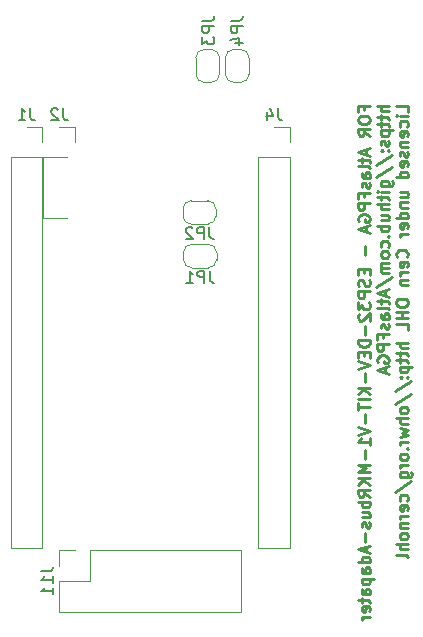
<source format=gbo>
G04 #@! TF.GenerationSoftware,KiCad,Pcbnew,(6.0.10)*
G04 #@! TF.CreationDate,2023-06-06T06:07:39+02:00*
G04 #@! TF.ProjectId,RECOLOCADOR_ESP32_DEV_KIT_V1_VERSIONFINAL,5245434f-4c4f-4434-9144-4f525f455350,FINAL*
G04 #@! TF.SameCoordinates,Original*
G04 #@! TF.FileFunction,Legend,Bot*
G04 #@! TF.FilePolarity,Positive*
%FSLAX46Y46*%
G04 Gerber Fmt 4.6, Leading zero omitted, Abs format (unit mm)*
G04 Created by KiCad (PCBNEW (6.0.10)) date 2023-06-06 06:07:39*
%MOMM*%
%LPD*%
G01*
G04 APERTURE LIST*
G04 Aperture macros list*
%AMFreePoly0*
4,1,22,0.500000,-0.750000,0.000000,-0.750000,0.000000,-0.745033,-0.079941,-0.743568,-0.215256,-0.701293,-0.333266,-0.622738,-0.424486,-0.514219,-0.481581,-0.384460,-0.499963,-0.243891,-0.482194,-0.129773,-0.499963,0.006109,-0.482194,0.120227,-0.499963,0.256109,-0.478152,0.396186,-0.417904,0.524511,-0.324060,0.630769,-0.204165,0.706417,-0.067858,0.745374,0.000000,0.744959,0.000000,0.750000,
0.500000,0.750000,0.500000,-0.750000,0.500000,-0.750000,$1*%
%AMFreePoly1*
4,1,20,0.000000,0.744959,0.073905,0.744508,0.209726,0.703889,0.328688,0.626782,0.421226,0.519385,0.479903,0.390333,0.500000,0.250000,0.500000,-0.250000,0.499851,-0.262216,0.476331,-0.402017,0.414519,-0.529596,0.319384,-0.634700,0.198574,-0.708877,0.061801,-0.746166,0.000000,-0.745033,0.000000,-0.750000,-0.500000,-0.750000,-0.500000,0.750000,0.000000,0.750000,0.000000,0.744959,
0.000000,0.744959,$1*%
%AMFreePoly2*
4,1,22,0.500000,-0.750000,0.000000,-0.750000,0.000000,-0.745033,-0.079941,-0.743568,-0.215256,-0.701293,-0.333266,-0.622738,-0.424486,-0.514219,-0.481581,-0.384460,-0.499164,-0.250000,-0.500000,-0.250000,-0.500000,0.250000,-0.499164,0.250000,-0.499963,0.256109,-0.478152,0.396186,-0.417904,0.524511,-0.324060,0.630769,-0.204165,0.706417,-0.067858,0.745374,0.000000,0.744959,0.000000,0.750000,
0.500000,0.750000,0.500000,-0.750000,0.500000,-0.750000,$1*%
G04 Aperture macros list end*
%ADD10C,0.250000*%
%ADD11C,0.150000*%
%ADD12C,0.120000*%
%ADD13R,1.700000X1.700000*%
%ADD14O,1.700000X1.700000*%
%ADD15C,2.000000*%
%ADD16FreePoly0,0.000000*%
%ADD17FreePoly1,0.000000*%
%ADD18FreePoly2,90.000000*%
%ADD19FreePoly1,90.000000*%
%ADD20FreePoly2,0.000000*%
G04 APERTURE END LIST*
D10*
X163498571Y-88753928D02*
X163498571Y-88420595D01*
X164022380Y-88420595D02*
X163022380Y-88420595D01*
X163022380Y-88896785D01*
X163022380Y-89468214D02*
X163022380Y-89658690D01*
X163070000Y-89753928D01*
X163165238Y-89849166D01*
X163355714Y-89896785D01*
X163689047Y-89896785D01*
X163879523Y-89849166D01*
X163974761Y-89753928D01*
X164022380Y-89658690D01*
X164022380Y-89468214D01*
X163974761Y-89372976D01*
X163879523Y-89277738D01*
X163689047Y-89230119D01*
X163355714Y-89230119D01*
X163165238Y-89277738D01*
X163070000Y-89372976D01*
X163022380Y-89468214D01*
X164022380Y-90896785D02*
X163546190Y-90563452D01*
X164022380Y-90325357D02*
X163022380Y-90325357D01*
X163022380Y-90706309D01*
X163070000Y-90801547D01*
X163117619Y-90849166D01*
X163212857Y-90896785D01*
X163355714Y-90896785D01*
X163450952Y-90849166D01*
X163498571Y-90801547D01*
X163546190Y-90706309D01*
X163546190Y-90325357D01*
X163736666Y-92039642D02*
X163736666Y-92515833D01*
X164022380Y-91944404D02*
X163022380Y-92277738D01*
X164022380Y-92611071D01*
X163355714Y-92801547D02*
X163355714Y-93182500D01*
X163022380Y-92944404D02*
X163879523Y-92944404D01*
X163974761Y-92992023D01*
X164022380Y-93087261D01*
X164022380Y-93182500D01*
X164022380Y-93658690D02*
X163974761Y-93563452D01*
X163879523Y-93515833D01*
X163022380Y-93515833D01*
X164022380Y-94468214D02*
X163498571Y-94468214D01*
X163403333Y-94420595D01*
X163355714Y-94325357D01*
X163355714Y-94134880D01*
X163403333Y-94039642D01*
X163974761Y-94468214D02*
X164022380Y-94372976D01*
X164022380Y-94134880D01*
X163974761Y-94039642D01*
X163879523Y-93992023D01*
X163784285Y-93992023D01*
X163689047Y-94039642D01*
X163641428Y-94134880D01*
X163641428Y-94372976D01*
X163593809Y-94468214D01*
X163974761Y-94896785D02*
X164022380Y-94992023D01*
X164022380Y-95182500D01*
X163974761Y-95277738D01*
X163879523Y-95325357D01*
X163831904Y-95325357D01*
X163736666Y-95277738D01*
X163689047Y-95182500D01*
X163689047Y-95039642D01*
X163641428Y-94944404D01*
X163546190Y-94896785D01*
X163498571Y-94896785D01*
X163403333Y-94944404D01*
X163355714Y-95039642D01*
X163355714Y-95182500D01*
X163403333Y-95277738D01*
X163498571Y-96087261D02*
X163498571Y-95753928D01*
X164022380Y-95753928D02*
X163022380Y-95753928D01*
X163022380Y-96230119D01*
X164022380Y-96611071D02*
X163022380Y-96611071D01*
X163022380Y-96992023D01*
X163070000Y-97087261D01*
X163117619Y-97134880D01*
X163212857Y-97182500D01*
X163355714Y-97182500D01*
X163450952Y-97134880D01*
X163498571Y-97087261D01*
X163546190Y-96992023D01*
X163546190Y-96611071D01*
X163070000Y-98134880D02*
X163022380Y-98039642D01*
X163022380Y-97896785D01*
X163070000Y-97753928D01*
X163165238Y-97658690D01*
X163260476Y-97611071D01*
X163450952Y-97563452D01*
X163593809Y-97563452D01*
X163784285Y-97611071D01*
X163879523Y-97658690D01*
X163974761Y-97753928D01*
X164022380Y-97896785D01*
X164022380Y-97992023D01*
X163974761Y-98134880D01*
X163927142Y-98182500D01*
X163593809Y-98182500D01*
X163593809Y-97992023D01*
X163736666Y-98563452D02*
X163736666Y-99039642D01*
X164022380Y-98468214D02*
X163022380Y-98801547D01*
X164022380Y-99134880D01*
X163641428Y-100230119D02*
X163641428Y-100992023D01*
X163498571Y-102230119D02*
X163498571Y-102563452D01*
X164022380Y-102706309D02*
X164022380Y-102230119D01*
X163022380Y-102230119D01*
X163022380Y-102706309D01*
X163974761Y-103087261D02*
X164022380Y-103230119D01*
X164022380Y-103468214D01*
X163974761Y-103563452D01*
X163927142Y-103611071D01*
X163831904Y-103658690D01*
X163736666Y-103658690D01*
X163641428Y-103611071D01*
X163593809Y-103563452D01*
X163546190Y-103468214D01*
X163498571Y-103277738D01*
X163450952Y-103182500D01*
X163403333Y-103134880D01*
X163308095Y-103087261D01*
X163212857Y-103087261D01*
X163117619Y-103134880D01*
X163070000Y-103182500D01*
X163022380Y-103277738D01*
X163022380Y-103515833D01*
X163070000Y-103658690D01*
X164022380Y-104087261D02*
X163022380Y-104087261D01*
X163022380Y-104468214D01*
X163070000Y-104563452D01*
X163117619Y-104611071D01*
X163212857Y-104658690D01*
X163355714Y-104658690D01*
X163450952Y-104611071D01*
X163498571Y-104563452D01*
X163546190Y-104468214D01*
X163546190Y-104087261D01*
X163022380Y-104992023D02*
X163022380Y-105611071D01*
X163403333Y-105277738D01*
X163403333Y-105420595D01*
X163450952Y-105515833D01*
X163498571Y-105563452D01*
X163593809Y-105611071D01*
X163831904Y-105611071D01*
X163927142Y-105563452D01*
X163974761Y-105515833D01*
X164022380Y-105420595D01*
X164022380Y-105134880D01*
X163974761Y-105039642D01*
X163927142Y-104992023D01*
X163117619Y-105992023D02*
X163070000Y-106039642D01*
X163022380Y-106134880D01*
X163022380Y-106372976D01*
X163070000Y-106468214D01*
X163117619Y-106515833D01*
X163212857Y-106563452D01*
X163308095Y-106563452D01*
X163450952Y-106515833D01*
X164022380Y-105944404D01*
X164022380Y-106563452D01*
X163641428Y-106992023D02*
X163641428Y-107753928D01*
X164022380Y-108230119D02*
X163022380Y-108230119D01*
X163022380Y-108468214D01*
X163070000Y-108611071D01*
X163165238Y-108706309D01*
X163260476Y-108753928D01*
X163450952Y-108801547D01*
X163593809Y-108801547D01*
X163784285Y-108753928D01*
X163879523Y-108706309D01*
X163974761Y-108611071D01*
X164022380Y-108468214D01*
X164022380Y-108230119D01*
X163498571Y-109230119D02*
X163498571Y-109563452D01*
X164022380Y-109706309D02*
X164022380Y-109230119D01*
X163022380Y-109230119D01*
X163022380Y-109706309D01*
X163022380Y-109992023D02*
X164022380Y-110325357D01*
X163022380Y-110658690D01*
X163641428Y-110992023D02*
X163641428Y-111753928D01*
X164022380Y-112230119D02*
X163022380Y-112230119D01*
X164022380Y-112801547D02*
X163450952Y-112372976D01*
X163022380Y-112801547D02*
X163593809Y-112230119D01*
X164022380Y-113230119D02*
X163022380Y-113230119D01*
X163022380Y-113563452D02*
X163022380Y-114134880D01*
X164022380Y-113849166D02*
X163022380Y-113849166D01*
X163641428Y-114468214D02*
X163641428Y-115230119D01*
X163022380Y-115563452D02*
X164022380Y-115896785D01*
X163022380Y-116230119D01*
X164022380Y-117087261D02*
X164022380Y-116515833D01*
X164022380Y-116801547D02*
X163022380Y-116801547D01*
X163165238Y-116706309D01*
X163260476Y-116611071D01*
X163308095Y-116515833D01*
X163641428Y-117515833D02*
X163641428Y-118277738D01*
X164022380Y-118753928D02*
X163022380Y-118753928D01*
X163736666Y-119087261D01*
X163022380Y-119420595D01*
X164022380Y-119420595D01*
X164022380Y-119896785D02*
X163022380Y-119896785D01*
X164022380Y-120468214D02*
X163450952Y-120039642D01*
X163022380Y-120468214D02*
X163593809Y-119896785D01*
X164022380Y-121468214D02*
X163546190Y-121134880D01*
X164022380Y-120896785D02*
X163022380Y-120896785D01*
X163022380Y-121277738D01*
X163070000Y-121372976D01*
X163117619Y-121420595D01*
X163212857Y-121468214D01*
X163355714Y-121468214D01*
X163450952Y-121420595D01*
X163498571Y-121372976D01*
X163546190Y-121277738D01*
X163546190Y-120896785D01*
X164022380Y-121896785D02*
X163022380Y-121896785D01*
X163403333Y-121896785D02*
X163355714Y-121992023D01*
X163355714Y-122182500D01*
X163403333Y-122277738D01*
X163450952Y-122325357D01*
X163546190Y-122372976D01*
X163831904Y-122372976D01*
X163927142Y-122325357D01*
X163974761Y-122277738D01*
X164022380Y-122182500D01*
X164022380Y-121992023D01*
X163974761Y-121896785D01*
X163355714Y-123230119D02*
X164022380Y-123230119D01*
X163355714Y-122801547D02*
X163879523Y-122801547D01*
X163974761Y-122849166D01*
X164022380Y-122944404D01*
X164022380Y-123087261D01*
X163974761Y-123182500D01*
X163927142Y-123230119D01*
X163974761Y-123658690D02*
X164022380Y-123753928D01*
X164022380Y-123944404D01*
X163974761Y-124039642D01*
X163879523Y-124087261D01*
X163831904Y-124087261D01*
X163736666Y-124039642D01*
X163689047Y-123944404D01*
X163689047Y-123801547D01*
X163641428Y-123706309D01*
X163546190Y-123658690D01*
X163498571Y-123658690D01*
X163403333Y-123706309D01*
X163355714Y-123801547D01*
X163355714Y-123944404D01*
X163403333Y-124039642D01*
X163641428Y-124515833D02*
X163641428Y-125277738D01*
X163736666Y-125706309D02*
X163736666Y-126182500D01*
X164022380Y-125611071D02*
X163022380Y-125944404D01*
X164022380Y-126277738D01*
X164022380Y-127039642D02*
X163022380Y-127039642D01*
X163974761Y-127039642D02*
X164022380Y-126944404D01*
X164022380Y-126753928D01*
X163974761Y-126658690D01*
X163927142Y-126611071D01*
X163831904Y-126563452D01*
X163546190Y-126563452D01*
X163450952Y-126611071D01*
X163403333Y-126658690D01*
X163355714Y-126753928D01*
X163355714Y-126944404D01*
X163403333Y-127039642D01*
X164022380Y-127944404D02*
X163498571Y-127944404D01*
X163403333Y-127896785D01*
X163355714Y-127801547D01*
X163355714Y-127611071D01*
X163403333Y-127515833D01*
X163974761Y-127944404D02*
X164022380Y-127849166D01*
X164022380Y-127611071D01*
X163974761Y-127515833D01*
X163879523Y-127468214D01*
X163784285Y-127468214D01*
X163689047Y-127515833D01*
X163641428Y-127611071D01*
X163641428Y-127849166D01*
X163593809Y-127944404D01*
X163355714Y-128420595D02*
X164355714Y-128420595D01*
X163403333Y-128420595D02*
X163355714Y-128515833D01*
X163355714Y-128706309D01*
X163403333Y-128801547D01*
X163450952Y-128849166D01*
X163546190Y-128896785D01*
X163831904Y-128896785D01*
X163927142Y-128849166D01*
X163974761Y-128801547D01*
X164022380Y-128706309D01*
X164022380Y-128515833D01*
X163974761Y-128420595D01*
X164022380Y-129753928D02*
X163498571Y-129753928D01*
X163403333Y-129706309D01*
X163355714Y-129611071D01*
X163355714Y-129420595D01*
X163403333Y-129325357D01*
X163974761Y-129753928D02*
X164022380Y-129658690D01*
X164022380Y-129420595D01*
X163974761Y-129325357D01*
X163879523Y-129277738D01*
X163784285Y-129277738D01*
X163689047Y-129325357D01*
X163641428Y-129420595D01*
X163641428Y-129658690D01*
X163593809Y-129753928D01*
X163355714Y-130087261D02*
X163355714Y-130468214D01*
X163022380Y-130230119D02*
X163879523Y-130230119D01*
X163974761Y-130277738D01*
X164022380Y-130372976D01*
X164022380Y-130468214D01*
X163974761Y-131182500D02*
X164022380Y-131087261D01*
X164022380Y-130896785D01*
X163974761Y-130801547D01*
X163879523Y-130753928D01*
X163498571Y-130753928D01*
X163403333Y-130801547D01*
X163355714Y-130896785D01*
X163355714Y-131087261D01*
X163403333Y-131182500D01*
X163498571Y-131230119D01*
X163593809Y-131230119D01*
X163689047Y-130753928D01*
X164022380Y-131658690D02*
X163355714Y-131658690D01*
X163546190Y-131658690D02*
X163450952Y-131706309D01*
X163403333Y-131753928D01*
X163355714Y-131849166D01*
X163355714Y-131944404D01*
X165632380Y-88420595D02*
X164632380Y-88420595D01*
X165632380Y-88849166D02*
X165108571Y-88849166D01*
X165013333Y-88801547D01*
X164965714Y-88706309D01*
X164965714Y-88563452D01*
X165013333Y-88468214D01*
X165060952Y-88420595D01*
X164965714Y-89182500D02*
X164965714Y-89563452D01*
X164632380Y-89325357D02*
X165489523Y-89325357D01*
X165584761Y-89372976D01*
X165632380Y-89468214D01*
X165632380Y-89563452D01*
X164965714Y-89753928D02*
X164965714Y-90134880D01*
X164632380Y-89896785D02*
X165489523Y-89896785D01*
X165584761Y-89944404D01*
X165632380Y-90039642D01*
X165632380Y-90134880D01*
X164965714Y-90468214D02*
X165965714Y-90468214D01*
X165013333Y-90468214D02*
X164965714Y-90563452D01*
X164965714Y-90753928D01*
X165013333Y-90849166D01*
X165060952Y-90896785D01*
X165156190Y-90944404D01*
X165441904Y-90944404D01*
X165537142Y-90896785D01*
X165584761Y-90849166D01*
X165632380Y-90753928D01*
X165632380Y-90563452D01*
X165584761Y-90468214D01*
X165584761Y-91325357D02*
X165632380Y-91420595D01*
X165632380Y-91611071D01*
X165584761Y-91706309D01*
X165489523Y-91753928D01*
X165441904Y-91753928D01*
X165346666Y-91706309D01*
X165299047Y-91611071D01*
X165299047Y-91468214D01*
X165251428Y-91372976D01*
X165156190Y-91325357D01*
X165108571Y-91325357D01*
X165013333Y-91372976D01*
X164965714Y-91468214D01*
X164965714Y-91611071D01*
X165013333Y-91706309D01*
X165537142Y-92182500D02*
X165584761Y-92230119D01*
X165632380Y-92182500D01*
X165584761Y-92134880D01*
X165537142Y-92182500D01*
X165632380Y-92182500D01*
X165013333Y-92182500D02*
X165060952Y-92230119D01*
X165108571Y-92182500D01*
X165060952Y-92134880D01*
X165013333Y-92182500D01*
X165108571Y-92182500D01*
X164584761Y-93372976D02*
X165870476Y-92515833D01*
X164584761Y-94420595D02*
X165870476Y-93563452D01*
X164965714Y-95182500D02*
X165775238Y-95182500D01*
X165870476Y-95134880D01*
X165918095Y-95087261D01*
X165965714Y-94992023D01*
X165965714Y-94849166D01*
X165918095Y-94753928D01*
X165584761Y-95182500D02*
X165632380Y-95087261D01*
X165632380Y-94896785D01*
X165584761Y-94801547D01*
X165537142Y-94753928D01*
X165441904Y-94706309D01*
X165156190Y-94706309D01*
X165060952Y-94753928D01*
X165013333Y-94801547D01*
X164965714Y-94896785D01*
X164965714Y-95087261D01*
X165013333Y-95182500D01*
X165632380Y-95658690D02*
X164965714Y-95658690D01*
X164632380Y-95658690D02*
X164680000Y-95611071D01*
X164727619Y-95658690D01*
X164680000Y-95706309D01*
X164632380Y-95658690D01*
X164727619Y-95658690D01*
X164965714Y-95992023D02*
X164965714Y-96372976D01*
X164632380Y-96134880D02*
X165489523Y-96134880D01*
X165584761Y-96182500D01*
X165632380Y-96277738D01*
X165632380Y-96372976D01*
X165632380Y-96706309D02*
X164632380Y-96706309D01*
X165632380Y-97134880D02*
X165108571Y-97134880D01*
X165013333Y-97087261D01*
X164965714Y-96992023D01*
X164965714Y-96849166D01*
X165013333Y-96753928D01*
X165060952Y-96706309D01*
X164965714Y-98039642D02*
X165632380Y-98039642D01*
X164965714Y-97611071D02*
X165489523Y-97611071D01*
X165584761Y-97658690D01*
X165632380Y-97753928D01*
X165632380Y-97896785D01*
X165584761Y-97992023D01*
X165537142Y-98039642D01*
X165632380Y-98515833D02*
X164632380Y-98515833D01*
X165013333Y-98515833D02*
X164965714Y-98611071D01*
X164965714Y-98801547D01*
X165013333Y-98896785D01*
X165060952Y-98944404D01*
X165156190Y-98992023D01*
X165441904Y-98992023D01*
X165537142Y-98944404D01*
X165584761Y-98896785D01*
X165632380Y-98801547D01*
X165632380Y-98611071D01*
X165584761Y-98515833D01*
X165537142Y-99420595D02*
X165584761Y-99468214D01*
X165632380Y-99420595D01*
X165584761Y-99372976D01*
X165537142Y-99420595D01*
X165632380Y-99420595D01*
X165584761Y-100325357D02*
X165632380Y-100230119D01*
X165632380Y-100039642D01*
X165584761Y-99944404D01*
X165537142Y-99896785D01*
X165441904Y-99849166D01*
X165156190Y-99849166D01*
X165060952Y-99896785D01*
X165013333Y-99944404D01*
X164965714Y-100039642D01*
X164965714Y-100230119D01*
X165013333Y-100325357D01*
X165632380Y-100896785D02*
X165584761Y-100801547D01*
X165537142Y-100753928D01*
X165441904Y-100706309D01*
X165156190Y-100706309D01*
X165060952Y-100753928D01*
X165013333Y-100801547D01*
X164965714Y-100896785D01*
X164965714Y-101039642D01*
X165013333Y-101134880D01*
X165060952Y-101182500D01*
X165156190Y-101230119D01*
X165441904Y-101230119D01*
X165537142Y-101182500D01*
X165584761Y-101134880D01*
X165632380Y-101039642D01*
X165632380Y-100896785D01*
X165632380Y-101658690D02*
X164965714Y-101658690D01*
X165060952Y-101658690D02*
X165013333Y-101706309D01*
X164965714Y-101801547D01*
X164965714Y-101944404D01*
X165013333Y-102039642D01*
X165108571Y-102087261D01*
X165632380Y-102087261D01*
X165108571Y-102087261D02*
X165013333Y-102134880D01*
X164965714Y-102230119D01*
X164965714Y-102372976D01*
X165013333Y-102468214D01*
X165108571Y-102515833D01*
X165632380Y-102515833D01*
X164584761Y-103706309D02*
X165870476Y-102849166D01*
X165346666Y-103992023D02*
X165346666Y-104468214D01*
X165632380Y-103896785D02*
X164632380Y-104230119D01*
X165632380Y-104563452D01*
X164965714Y-104753928D02*
X164965714Y-105134880D01*
X164632380Y-104896785D02*
X165489523Y-104896785D01*
X165584761Y-104944404D01*
X165632380Y-105039642D01*
X165632380Y-105134880D01*
X165632380Y-105611071D02*
X165584761Y-105515833D01*
X165489523Y-105468214D01*
X164632380Y-105468214D01*
X165632380Y-106420595D02*
X165108571Y-106420595D01*
X165013333Y-106372976D01*
X164965714Y-106277738D01*
X164965714Y-106087261D01*
X165013333Y-105992023D01*
X165584761Y-106420595D02*
X165632380Y-106325357D01*
X165632380Y-106087261D01*
X165584761Y-105992023D01*
X165489523Y-105944404D01*
X165394285Y-105944404D01*
X165299047Y-105992023D01*
X165251428Y-106087261D01*
X165251428Y-106325357D01*
X165203809Y-106420595D01*
X165584761Y-106849166D02*
X165632380Y-106944404D01*
X165632380Y-107134880D01*
X165584761Y-107230119D01*
X165489523Y-107277738D01*
X165441904Y-107277738D01*
X165346666Y-107230119D01*
X165299047Y-107134880D01*
X165299047Y-106992023D01*
X165251428Y-106896785D01*
X165156190Y-106849166D01*
X165108571Y-106849166D01*
X165013333Y-106896785D01*
X164965714Y-106992023D01*
X164965714Y-107134880D01*
X165013333Y-107230119D01*
X165108571Y-108039642D02*
X165108571Y-107706309D01*
X165632380Y-107706309D02*
X164632380Y-107706309D01*
X164632380Y-108182500D01*
X165632380Y-108563452D02*
X164632380Y-108563452D01*
X164632380Y-108944404D01*
X164680000Y-109039642D01*
X164727619Y-109087261D01*
X164822857Y-109134880D01*
X164965714Y-109134880D01*
X165060952Y-109087261D01*
X165108571Y-109039642D01*
X165156190Y-108944404D01*
X165156190Y-108563452D01*
X164680000Y-110087261D02*
X164632380Y-109992023D01*
X164632380Y-109849166D01*
X164680000Y-109706309D01*
X164775238Y-109611071D01*
X164870476Y-109563452D01*
X165060952Y-109515833D01*
X165203809Y-109515833D01*
X165394285Y-109563452D01*
X165489523Y-109611071D01*
X165584761Y-109706309D01*
X165632380Y-109849166D01*
X165632380Y-109944404D01*
X165584761Y-110087261D01*
X165537142Y-110134880D01*
X165203809Y-110134880D01*
X165203809Y-109944404D01*
X165346666Y-110515833D02*
X165346666Y-110992023D01*
X165632380Y-110420595D02*
X164632380Y-110753928D01*
X165632380Y-111087261D01*
X167242380Y-88896785D02*
X167242380Y-88420595D01*
X166242380Y-88420595D01*
X167242380Y-89230119D02*
X166575714Y-89230119D01*
X166242380Y-89230119D02*
X166290000Y-89182500D01*
X166337619Y-89230119D01*
X166290000Y-89277738D01*
X166242380Y-89230119D01*
X166337619Y-89230119D01*
X167194761Y-90134880D02*
X167242380Y-90039642D01*
X167242380Y-89849166D01*
X167194761Y-89753928D01*
X167147142Y-89706309D01*
X167051904Y-89658690D01*
X166766190Y-89658690D01*
X166670952Y-89706309D01*
X166623333Y-89753928D01*
X166575714Y-89849166D01*
X166575714Y-90039642D01*
X166623333Y-90134880D01*
X167194761Y-90944404D02*
X167242380Y-90849166D01*
X167242380Y-90658690D01*
X167194761Y-90563452D01*
X167099523Y-90515833D01*
X166718571Y-90515833D01*
X166623333Y-90563452D01*
X166575714Y-90658690D01*
X166575714Y-90849166D01*
X166623333Y-90944404D01*
X166718571Y-90992023D01*
X166813809Y-90992023D01*
X166909047Y-90515833D01*
X166575714Y-91420595D02*
X167242380Y-91420595D01*
X166670952Y-91420595D02*
X166623333Y-91468214D01*
X166575714Y-91563452D01*
X166575714Y-91706309D01*
X166623333Y-91801547D01*
X166718571Y-91849166D01*
X167242380Y-91849166D01*
X167194761Y-92277738D02*
X167242380Y-92372976D01*
X167242380Y-92563452D01*
X167194761Y-92658690D01*
X167099523Y-92706309D01*
X167051904Y-92706309D01*
X166956666Y-92658690D01*
X166909047Y-92563452D01*
X166909047Y-92420595D01*
X166861428Y-92325357D01*
X166766190Y-92277738D01*
X166718571Y-92277738D01*
X166623333Y-92325357D01*
X166575714Y-92420595D01*
X166575714Y-92563452D01*
X166623333Y-92658690D01*
X167194761Y-93515833D02*
X167242380Y-93420595D01*
X167242380Y-93230119D01*
X167194761Y-93134880D01*
X167099523Y-93087261D01*
X166718571Y-93087261D01*
X166623333Y-93134880D01*
X166575714Y-93230119D01*
X166575714Y-93420595D01*
X166623333Y-93515833D01*
X166718571Y-93563452D01*
X166813809Y-93563452D01*
X166909047Y-93087261D01*
X167242380Y-94420595D02*
X166242380Y-94420595D01*
X167194761Y-94420595D02*
X167242380Y-94325357D01*
X167242380Y-94134880D01*
X167194761Y-94039642D01*
X167147142Y-93992023D01*
X167051904Y-93944404D01*
X166766190Y-93944404D01*
X166670952Y-93992023D01*
X166623333Y-94039642D01*
X166575714Y-94134880D01*
X166575714Y-94325357D01*
X166623333Y-94420595D01*
X166575714Y-96087261D02*
X167242380Y-96087261D01*
X166575714Y-95658690D02*
X167099523Y-95658690D01*
X167194761Y-95706309D01*
X167242380Y-95801547D01*
X167242380Y-95944404D01*
X167194761Y-96039642D01*
X167147142Y-96087261D01*
X166575714Y-96563452D02*
X167242380Y-96563452D01*
X166670952Y-96563452D02*
X166623333Y-96611071D01*
X166575714Y-96706309D01*
X166575714Y-96849166D01*
X166623333Y-96944404D01*
X166718571Y-96992023D01*
X167242380Y-96992023D01*
X167242380Y-97896785D02*
X166242380Y-97896785D01*
X167194761Y-97896785D02*
X167242380Y-97801547D01*
X167242380Y-97611071D01*
X167194761Y-97515833D01*
X167147142Y-97468214D01*
X167051904Y-97420595D01*
X166766190Y-97420595D01*
X166670952Y-97468214D01*
X166623333Y-97515833D01*
X166575714Y-97611071D01*
X166575714Y-97801547D01*
X166623333Y-97896785D01*
X167194761Y-98753928D02*
X167242380Y-98658690D01*
X167242380Y-98468214D01*
X167194761Y-98372976D01*
X167099523Y-98325357D01*
X166718571Y-98325357D01*
X166623333Y-98372976D01*
X166575714Y-98468214D01*
X166575714Y-98658690D01*
X166623333Y-98753928D01*
X166718571Y-98801547D01*
X166813809Y-98801547D01*
X166909047Y-98325357D01*
X167242380Y-99230119D02*
X166575714Y-99230119D01*
X166766190Y-99230119D02*
X166670952Y-99277738D01*
X166623333Y-99325357D01*
X166575714Y-99420595D01*
X166575714Y-99515833D01*
X167147142Y-101182500D02*
X167194761Y-101134880D01*
X167242380Y-100992023D01*
X167242380Y-100896785D01*
X167194761Y-100753928D01*
X167099523Y-100658690D01*
X167004285Y-100611071D01*
X166813809Y-100563452D01*
X166670952Y-100563452D01*
X166480476Y-100611071D01*
X166385238Y-100658690D01*
X166290000Y-100753928D01*
X166242380Y-100896785D01*
X166242380Y-100992023D01*
X166290000Y-101134880D01*
X166337619Y-101182500D01*
X167194761Y-101992023D02*
X167242380Y-101896785D01*
X167242380Y-101706309D01*
X167194761Y-101611071D01*
X167099523Y-101563452D01*
X166718571Y-101563452D01*
X166623333Y-101611071D01*
X166575714Y-101706309D01*
X166575714Y-101896785D01*
X166623333Y-101992023D01*
X166718571Y-102039642D01*
X166813809Y-102039642D01*
X166909047Y-101563452D01*
X167242380Y-102468214D02*
X166575714Y-102468214D01*
X166766190Y-102468214D02*
X166670952Y-102515833D01*
X166623333Y-102563452D01*
X166575714Y-102658690D01*
X166575714Y-102753928D01*
X166575714Y-103087261D02*
X167242380Y-103087261D01*
X166670952Y-103087261D02*
X166623333Y-103134880D01*
X166575714Y-103230119D01*
X166575714Y-103372976D01*
X166623333Y-103468214D01*
X166718571Y-103515833D01*
X167242380Y-103515833D01*
X166242380Y-104944404D02*
X166242380Y-105134880D01*
X166290000Y-105230119D01*
X166385238Y-105325357D01*
X166575714Y-105372976D01*
X166909047Y-105372976D01*
X167099523Y-105325357D01*
X167194761Y-105230119D01*
X167242380Y-105134880D01*
X167242380Y-104944404D01*
X167194761Y-104849166D01*
X167099523Y-104753928D01*
X166909047Y-104706309D01*
X166575714Y-104706309D01*
X166385238Y-104753928D01*
X166290000Y-104849166D01*
X166242380Y-104944404D01*
X167242380Y-105801547D02*
X166242380Y-105801547D01*
X166718571Y-105801547D02*
X166718571Y-106372976D01*
X167242380Y-106372976D02*
X166242380Y-106372976D01*
X167242380Y-107325357D02*
X167242380Y-106849166D01*
X166242380Y-106849166D01*
X167242380Y-108420595D02*
X166242380Y-108420595D01*
X167242380Y-108849166D02*
X166718571Y-108849166D01*
X166623333Y-108801547D01*
X166575714Y-108706309D01*
X166575714Y-108563452D01*
X166623333Y-108468214D01*
X166670952Y-108420595D01*
X166575714Y-109182500D02*
X166575714Y-109563452D01*
X166242380Y-109325357D02*
X167099523Y-109325357D01*
X167194761Y-109372976D01*
X167242380Y-109468214D01*
X167242380Y-109563452D01*
X166575714Y-109753928D02*
X166575714Y-110134880D01*
X166242380Y-109896785D02*
X167099523Y-109896785D01*
X167194761Y-109944404D01*
X167242380Y-110039642D01*
X167242380Y-110134880D01*
X166575714Y-110468214D02*
X167575714Y-110468214D01*
X166623333Y-110468214D02*
X166575714Y-110563452D01*
X166575714Y-110753928D01*
X166623333Y-110849166D01*
X166670952Y-110896785D01*
X166766190Y-110944404D01*
X167051904Y-110944404D01*
X167147142Y-110896785D01*
X167194761Y-110849166D01*
X167242380Y-110753928D01*
X167242380Y-110563452D01*
X167194761Y-110468214D01*
X167147142Y-111372976D02*
X167194761Y-111420595D01*
X167242380Y-111372976D01*
X167194761Y-111325357D01*
X167147142Y-111372976D01*
X167242380Y-111372976D01*
X166623333Y-111372976D02*
X166670952Y-111420595D01*
X166718571Y-111372976D01*
X166670952Y-111325357D01*
X166623333Y-111372976D01*
X166718571Y-111372976D01*
X166194761Y-112563452D02*
X167480476Y-111706309D01*
X166194761Y-113611071D02*
X167480476Y-112753928D01*
X167242380Y-114087261D02*
X167194761Y-113992023D01*
X167147142Y-113944404D01*
X167051904Y-113896785D01*
X166766190Y-113896785D01*
X166670952Y-113944404D01*
X166623333Y-113992023D01*
X166575714Y-114087261D01*
X166575714Y-114230119D01*
X166623333Y-114325357D01*
X166670952Y-114372976D01*
X166766190Y-114420595D01*
X167051904Y-114420595D01*
X167147142Y-114372976D01*
X167194761Y-114325357D01*
X167242380Y-114230119D01*
X167242380Y-114087261D01*
X167242380Y-114849166D02*
X166242380Y-114849166D01*
X167242380Y-115277738D02*
X166718571Y-115277738D01*
X166623333Y-115230119D01*
X166575714Y-115134880D01*
X166575714Y-114992023D01*
X166623333Y-114896785D01*
X166670952Y-114849166D01*
X166575714Y-115658690D02*
X167242380Y-115849166D01*
X166766190Y-116039642D01*
X167242380Y-116230119D01*
X166575714Y-116420595D01*
X167242380Y-116801547D02*
X166575714Y-116801547D01*
X166766190Y-116801547D02*
X166670952Y-116849166D01*
X166623333Y-116896785D01*
X166575714Y-116992023D01*
X166575714Y-117087261D01*
X167147142Y-117420595D02*
X167194761Y-117468214D01*
X167242380Y-117420595D01*
X167194761Y-117372976D01*
X167147142Y-117420595D01*
X167242380Y-117420595D01*
X167242380Y-118039642D02*
X167194761Y-117944404D01*
X167147142Y-117896785D01*
X167051904Y-117849166D01*
X166766190Y-117849166D01*
X166670952Y-117896785D01*
X166623333Y-117944404D01*
X166575714Y-118039642D01*
X166575714Y-118182499D01*
X166623333Y-118277738D01*
X166670952Y-118325357D01*
X166766190Y-118372976D01*
X167051904Y-118372976D01*
X167147142Y-118325357D01*
X167194761Y-118277738D01*
X167242380Y-118182499D01*
X167242380Y-118039642D01*
X167242380Y-118801547D02*
X166575714Y-118801547D01*
X166766190Y-118801547D02*
X166670952Y-118849166D01*
X166623333Y-118896785D01*
X166575714Y-118992023D01*
X166575714Y-119087261D01*
X166575714Y-119849166D02*
X167385238Y-119849166D01*
X167480476Y-119801547D01*
X167528095Y-119753928D01*
X167575714Y-119658690D01*
X167575714Y-119515833D01*
X167528095Y-119420595D01*
X167194761Y-119849166D02*
X167242380Y-119753928D01*
X167242380Y-119563452D01*
X167194761Y-119468214D01*
X167147142Y-119420595D01*
X167051904Y-119372976D01*
X166766190Y-119372976D01*
X166670952Y-119420595D01*
X166623333Y-119468214D01*
X166575714Y-119563452D01*
X166575714Y-119753928D01*
X166623333Y-119849166D01*
X166194761Y-121039642D02*
X167480476Y-120182499D01*
X167194761Y-121801547D02*
X167242380Y-121706309D01*
X167242380Y-121515833D01*
X167194761Y-121420595D01*
X167147142Y-121372976D01*
X167051904Y-121325357D01*
X166766190Y-121325357D01*
X166670952Y-121372976D01*
X166623333Y-121420595D01*
X166575714Y-121515833D01*
X166575714Y-121706309D01*
X166623333Y-121801547D01*
X167194761Y-122611071D02*
X167242380Y-122515833D01*
X167242380Y-122325357D01*
X167194761Y-122230119D01*
X167099523Y-122182499D01*
X166718571Y-122182499D01*
X166623333Y-122230119D01*
X166575714Y-122325357D01*
X166575714Y-122515833D01*
X166623333Y-122611071D01*
X166718571Y-122658690D01*
X166813809Y-122658690D01*
X166909047Y-122182499D01*
X167242380Y-123087261D02*
X166575714Y-123087261D01*
X166766190Y-123087261D02*
X166670952Y-123134880D01*
X166623333Y-123182499D01*
X166575714Y-123277738D01*
X166575714Y-123372976D01*
X166575714Y-123706309D02*
X167242380Y-123706309D01*
X166670952Y-123706309D02*
X166623333Y-123753928D01*
X166575714Y-123849166D01*
X166575714Y-123992023D01*
X166623333Y-124087261D01*
X166718571Y-124134880D01*
X167242380Y-124134880D01*
X167242380Y-124753928D02*
X167194761Y-124658690D01*
X167147142Y-124611071D01*
X167051904Y-124563452D01*
X166766190Y-124563452D01*
X166670952Y-124611071D01*
X166623333Y-124658690D01*
X166575714Y-124753928D01*
X166575714Y-124896785D01*
X166623333Y-124992023D01*
X166670952Y-125039642D01*
X166766190Y-125087261D01*
X167051904Y-125087261D01*
X167147142Y-125039642D01*
X167194761Y-124992023D01*
X167242380Y-124896785D01*
X167242380Y-124753928D01*
X167242380Y-125515833D02*
X166242380Y-125515833D01*
X167242380Y-125944404D02*
X166718571Y-125944404D01*
X166623333Y-125896785D01*
X166575714Y-125801547D01*
X166575714Y-125658690D01*
X166623333Y-125563452D01*
X166670952Y-125515833D01*
X167242380Y-126563452D02*
X167194761Y-126468214D01*
X167099523Y-126420595D01*
X166242380Y-126420595D01*
D11*
X135293333Y-88597380D02*
X135293333Y-89311666D01*
X135340952Y-89454523D01*
X135436190Y-89549761D01*
X135579047Y-89597380D01*
X135674285Y-89597380D01*
X134293333Y-89597380D02*
X134864761Y-89597380D01*
X134579047Y-89597380D02*
X134579047Y-88597380D01*
X134674285Y-88740238D01*
X134769523Y-88835476D01*
X134864761Y-88883095D01*
X156248333Y-88597380D02*
X156248333Y-89311666D01*
X156295952Y-89454523D01*
X156391190Y-89549761D01*
X156534047Y-89597380D01*
X156629285Y-89597380D01*
X155343571Y-88930714D02*
X155343571Y-89597380D01*
X155581666Y-88549761D02*
X155819761Y-89264047D01*
X155200714Y-89264047D01*
X150483333Y-102352379D02*
X150483333Y-103066665D01*
X150530952Y-103209522D01*
X150626190Y-103304760D01*
X150769047Y-103352379D01*
X150864285Y-103352379D01*
X150007142Y-103352379D02*
X150007142Y-102352379D01*
X149626190Y-102352379D01*
X149530952Y-102399999D01*
X149483333Y-102447618D01*
X149435714Y-102542856D01*
X149435714Y-102685713D01*
X149483333Y-102780951D01*
X149530952Y-102828570D01*
X149626190Y-102876189D01*
X150007142Y-102876189D01*
X148483333Y-103352379D02*
X149054761Y-103352379D01*
X148769047Y-103352379D02*
X148769047Y-102352379D01*
X148864285Y-102495237D01*
X148959523Y-102590475D01*
X149054761Y-102638094D01*
X152272381Y-81176667D02*
X152986667Y-81176667D01*
X153129524Y-81129048D01*
X153224762Y-81033810D01*
X153272381Y-80890953D01*
X153272381Y-80795715D01*
X153272381Y-81652858D02*
X152272381Y-81652858D01*
X152272381Y-82033810D01*
X152320001Y-82129048D01*
X152367620Y-82176667D01*
X152462858Y-82224286D01*
X152605715Y-82224286D01*
X152700953Y-82176667D01*
X152748572Y-82129048D01*
X152796191Y-82033810D01*
X152796191Y-81652858D01*
X152605715Y-83081429D02*
X153272381Y-83081429D01*
X152224762Y-82843334D02*
X152939048Y-82605239D01*
X152939048Y-83224286D01*
X150433333Y-98652380D02*
X150433333Y-99366666D01*
X150480952Y-99509523D01*
X150576190Y-99604761D01*
X150719047Y-99652380D01*
X150814285Y-99652380D01*
X149957142Y-99652380D02*
X149957142Y-98652380D01*
X149576190Y-98652380D01*
X149480952Y-98700000D01*
X149433333Y-98747619D01*
X149385714Y-98842857D01*
X149385714Y-98985714D01*
X149433333Y-99080952D01*
X149480952Y-99128571D01*
X149576190Y-99176190D01*
X149957142Y-99176190D01*
X149004761Y-98747619D02*
X148957142Y-98700000D01*
X148861904Y-98652380D01*
X148623809Y-98652380D01*
X148528571Y-98700000D01*
X148480952Y-98747619D01*
X148433333Y-98842857D01*
X148433333Y-98938095D01*
X148480952Y-99080952D01*
X149052380Y-99652380D01*
X148433333Y-99652380D01*
X138053333Y-88602380D02*
X138053333Y-89316666D01*
X138100952Y-89459523D01*
X138196190Y-89554761D01*
X138339047Y-89602380D01*
X138434285Y-89602380D01*
X137624761Y-88697619D02*
X137577142Y-88650000D01*
X137481904Y-88602380D01*
X137243809Y-88602380D01*
X137148571Y-88650000D01*
X137100952Y-88697619D01*
X137053333Y-88792857D01*
X137053333Y-88888095D01*
X137100952Y-89030952D01*
X137672380Y-89602380D01*
X137053333Y-89602380D01*
X149852380Y-81186666D02*
X150566666Y-81186666D01*
X150709523Y-81139047D01*
X150804761Y-81043809D01*
X150852380Y-80900952D01*
X150852380Y-80805714D01*
X150852380Y-81662857D02*
X149852380Y-81662857D01*
X149852380Y-82043809D01*
X149900000Y-82139047D01*
X149947619Y-82186666D01*
X150042857Y-82234285D01*
X150185714Y-82234285D01*
X150280952Y-82186666D01*
X150328571Y-82139047D01*
X150376190Y-82043809D01*
X150376190Y-81662857D01*
X149852380Y-82567619D02*
X149852380Y-83186666D01*
X150233333Y-82853333D01*
X150233333Y-82996190D01*
X150280952Y-83091428D01*
X150328571Y-83139047D01*
X150423809Y-83186666D01*
X150661904Y-83186666D01*
X150757142Y-83139047D01*
X150804761Y-83091428D01*
X150852380Y-82996190D01*
X150852380Y-82710476D01*
X150804761Y-82615238D01*
X150757142Y-82567619D01*
X136172380Y-127785476D02*
X136886666Y-127785476D01*
X137029523Y-127737857D01*
X137124761Y-127642619D01*
X137172380Y-127499761D01*
X137172380Y-127404523D01*
X137172380Y-128785476D02*
X137172380Y-128214047D01*
X137172380Y-128499761D02*
X136172380Y-128499761D01*
X136315238Y-128404523D01*
X136410476Y-128309285D01*
X136458095Y-128214047D01*
X137172380Y-129737857D02*
X137172380Y-129166428D01*
X137172380Y-129452142D02*
X136172380Y-129452142D01*
X136315238Y-129356904D01*
X136410476Y-129261666D01*
X136458095Y-129166428D01*
D12*
X136290000Y-92745000D02*
X136290000Y-125825000D01*
X136290000Y-92745000D02*
X133630000Y-92745000D01*
X136290000Y-125825000D02*
X133630000Y-125825000D01*
X136290000Y-90145000D02*
X134960000Y-90145000D01*
X136290000Y-91475000D02*
X136290000Y-90145000D01*
X133630000Y-92745000D02*
X133630000Y-125825000D01*
X157245000Y-91475000D02*
X157245000Y-90145000D01*
X157245000Y-90145000D02*
X155915000Y-90145000D01*
X157245000Y-92745000D02*
X154585000Y-92745000D01*
X154585000Y-92745000D02*
X154585000Y-125825000D01*
X157245000Y-92745000D02*
X157245000Y-125825000D01*
X157245000Y-125825000D02*
X154585000Y-125825000D01*
X148250000Y-100799999D02*
X148250000Y-101399999D01*
X148950000Y-102099999D02*
X150350000Y-102099999D01*
X151050000Y-101399999D02*
X151050000Y-100799999D01*
X150350000Y-100099999D02*
X148950000Y-100099999D01*
X148950000Y-100099999D02*
G75*
G03*
X148250000Y-100799999I-1J-699999D01*
G01*
X151050000Y-100799999D02*
G75*
G03*
X150350000Y-100099999I-700000J0D01*
G01*
X148250000Y-101399999D02*
G75*
G03*
X148950000Y-102099999I699999J-1D01*
G01*
X150350000Y-102099999D02*
G75*
G03*
X151050000Y-101399999I0J700000D01*
G01*
X151800000Y-84300000D02*
X151800000Y-85700000D01*
X152500000Y-86400000D02*
X153100000Y-86400000D01*
X153800000Y-85700000D02*
X153800000Y-84300000D01*
X153100000Y-83600000D02*
X152500000Y-83600000D01*
X153100000Y-86400000D02*
G75*
G03*
X153800000Y-85700000I1J699999D01*
G01*
X151800000Y-85700000D02*
G75*
G03*
X152500000Y-86400000I699999J-1D01*
G01*
X152500000Y-83600000D02*
G75*
G03*
X151800000Y-84300000I0J-700000D01*
G01*
X153800000Y-84300000D02*
G75*
G03*
X153100000Y-83600000I-700000J0D01*
G01*
X151000000Y-97700000D02*
X151000000Y-97100000D01*
X148900000Y-98400000D02*
X150300000Y-98400000D01*
X148200000Y-97100000D02*
X148200000Y-97700000D01*
X150300000Y-96400000D02*
X148900000Y-96400000D01*
X150300000Y-98400000D02*
G75*
G03*
X151000000Y-97700000I0J700000D01*
G01*
X148900000Y-96400000D02*
G75*
G03*
X148200000Y-97100000I-1J-699999D01*
G01*
X151000000Y-97100000D02*
G75*
G03*
X150300000Y-96400000I-700000J0D01*
G01*
X148200000Y-97700000D02*
G75*
G03*
X148900000Y-98400000I699999J-1D01*
G01*
X139050000Y-90150000D02*
X137720000Y-90150000D01*
X138355000Y-92750000D02*
X136390000Y-92750000D01*
X138355000Y-97890000D02*
X136390000Y-97890000D01*
X139050000Y-91480000D02*
X139050000Y-90150000D01*
X136390000Y-92750000D02*
X136390000Y-97890000D01*
X150600000Y-83600000D02*
X150000000Y-83600000D01*
X150000000Y-86400000D02*
X150600000Y-86400000D01*
X151300000Y-85700000D02*
X151300000Y-84300000D01*
X149300000Y-84300000D02*
X149300000Y-85700000D01*
X149300000Y-85700000D02*
G75*
G03*
X150000000Y-86400000I699999J-1D01*
G01*
X151300000Y-84300000D02*
G75*
G03*
X150600000Y-83600000I-700000J0D01*
G01*
X150000000Y-83600000D02*
G75*
G03*
X149300000Y-84300000I0J-700000D01*
G01*
X150600000Y-86400000D02*
G75*
G03*
X151300000Y-85700000I1J699999D01*
G01*
X140320000Y-125995000D02*
X140320000Y-128595000D01*
X137720000Y-128595000D02*
X137720000Y-131195000D01*
X139050000Y-125995000D02*
X137720000Y-125995000D01*
X140320000Y-125995000D02*
X153080000Y-125995000D01*
X140320000Y-128595000D02*
X137720000Y-128595000D01*
X137720000Y-131195000D02*
X153080000Y-131195000D01*
X153080000Y-125995000D02*
X153080000Y-131195000D01*
X137720000Y-125995000D02*
X137720000Y-127325000D01*
%LPC*%
D13*
X189000000Y-87160000D03*
D14*
X189000000Y-84620000D03*
X189000000Y-82080000D03*
X189000000Y-79540000D03*
X189000000Y-77000000D03*
X189000000Y-74460000D03*
D13*
X136430000Y-81030000D03*
D14*
X136430000Y-78490000D03*
X136430000Y-75950000D03*
X136430000Y-73410000D03*
D13*
X186500000Y-116380000D03*
D14*
X186500000Y-118920000D03*
X186500000Y-121460000D03*
X186500000Y-124000000D03*
X186500000Y-126540000D03*
X186500000Y-129080000D03*
D13*
X168950000Y-121700000D03*
D14*
X168950000Y-119160000D03*
X168950000Y-116620000D03*
X168950000Y-114080000D03*
X168950000Y-111540000D03*
X168950000Y-109000000D03*
X168950000Y-106460000D03*
X168950000Y-103920000D03*
X168950000Y-101380000D03*
X168950000Y-98840000D03*
X168950000Y-96300000D03*
X168950000Y-93760000D03*
X168950000Y-91220000D03*
X168950000Y-88680000D03*
X168950000Y-86140000D03*
D13*
X143525000Y-86210000D03*
D14*
X143525000Y-88750000D03*
X143525000Y-91290000D03*
X143525000Y-93830000D03*
X143525000Y-96370000D03*
X143525000Y-98910000D03*
X143525000Y-101450000D03*
X143525000Y-103990000D03*
X143525000Y-106530000D03*
X143525000Y-109070000D03*
X143525000Y-111610000D03*
X143525000Y-114150000D03*
X143525000Y-116690000D03*
X143525000Y-119230000D03*
X143525000Y-121770000D03*
D15*
X189500000Y-94750000D03*
X183000000Y-94750000D03*
X183000000Y-99250000D03*
X189500000Y-99250000D03*
D13*
X186500000Y-104880000D03*
D14*
X186500000Y-107420000D03*
X186500000Y-109960000D03*
X186500000Y-112500000D03*
D13*
X179000000Y-87350000D03*
D14*
X179000000Y-84810000D03*
X179000000Y-82270000D03*
X179000000Y-79730000D03*
X179000000Y-77190000D03*
X179000000Y-74650000D03*
D13*
X134960000Y-91475000D03*
D14*
X134960000Y-94015000D03*
X134960000Y-96555000D03*
X134960000Y-99095000D03*
X134960000Y-101635000D03*
X134960000Y-104175000D03*
X134960000Y-106715000D03*
X134960000Y-109255000D03*
X134960000Y-111795000D03*
X134960000Y-114335000D03*
X134960000Y-116875000D03*
X134960000Y-119415000D03*
X134960000Y-121955000D03*
X134960000Y-124495000D03*
D13*
X155915000Y-91475000D03*
D14*
X155915000Y-94015000D03*
X155915000Y-96555000D03*
X155915000Y-99095000D03*
X155915000Y-101635000D03*
X155915000Y-104175000D03*
X155915000Y-106715000D03*
X155915000Y-109255000D03*
X155915000Y-111795000D03*
X155915000Y-114335000D03*
X155915000Y-116875000D03*
X155915000Y-119415000D03*
X155915000Y-121955000D03*
X155915000Y-124495000D03*
D16*
X149000000Y-101099999D03*
D17*
X150300000Y-101099999D03*
D18*
X152800000Y-85650000D03*
D19*
X152800000Y-84350000D03*
D20*
X148950000Y-97400000D03*
D17*
X150250000Y-97400000D03*
D13*
X137720000Y-91480000D03*
D14*
X137720000Y-94020000D03*
X137720000Y-96560000D03*
D18*
X150300000Y-85650000D03*
D19*
X150300000Y-84350000D03*
D13*
X139050000Y-127325000D03*
D14*
X139050000Y-129865000D03*
X141590000Y-127325000D03*
X141590000Y-129865000D03*
X144130000Y-127325000D03*
X144130000Y-129865000D03*
X146670000Y-127325000D03*
X146670000Y-129865000D03*
X149210000Y-127325000D03*
X149210000Y-129865000D03*
X151750000Y-127325000D03*
X151750000Y-129865000D03*
M02*

</source>
